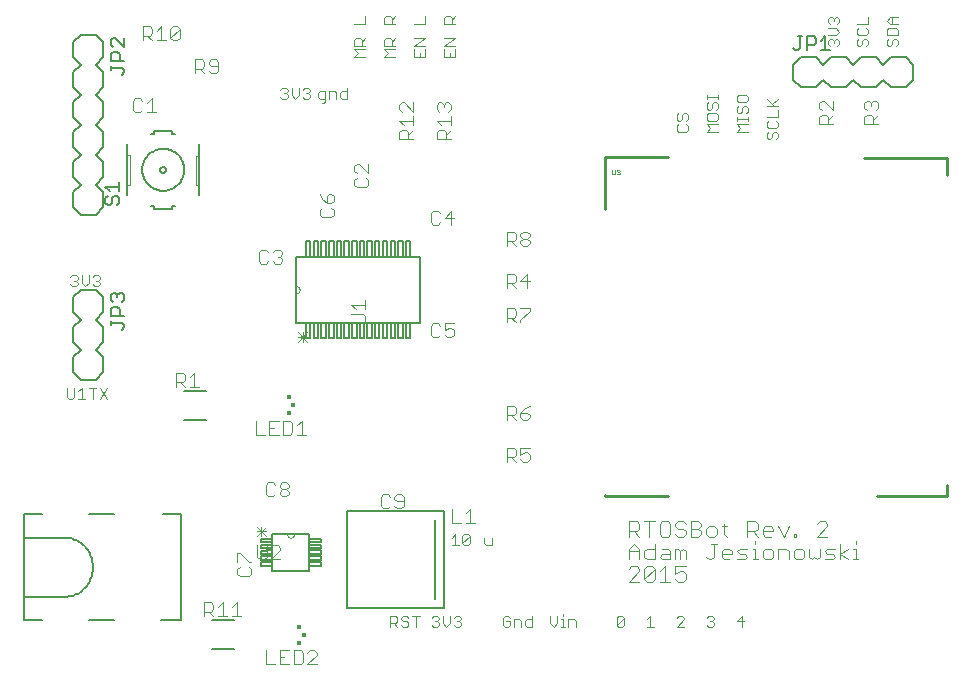
<source format=gto>
G75*
%MOIN*%
%OFA0B0*%
%FSLAX24Y24*%
%IPPOS*%
%LPD*%
%AMOC8*
5,1,8,0,0,1.08239X$1,22.5*
%
%ADD10C,0.0040*%
%ADD11C,0.0030*%
%ADD12C,0.0080*%
%ADD13C,0.0050*%
%ADD14R,0.0167X0.0128*%
%ADD15R,0.0138X0.0138*%
%ADD16C,0.0060*%
%ADD17C,0.0020*%
%ADD18C,0.0000*%
%ADD19C,0.0010*%
%ADD20C,0.0100*%
D10*
X006729Y002470D02*
X006729Y002930D01*
X006959Y002930D01*
X007035Y002854D01*
X007035Y002700D01*
X006959Y002623D01*
X006729Y002623D01*
X006882Y002623D02*
X007035Y002470D01*
X007189Y002470D02*
X007496Y002470D01*
X007649Y002470D02*
X007956Y002470D01*
X007803Y002470D02*
X007803Y002930D01*
X007649Y002777D01*
X007342Y002930D02*
X007342Y002470D01*
X007189Y002777D02*
X007342Y002930D01*
X007905Y003799D02*
X007828Y003876D01*
X007828Y004029D01*
X007905Y004106D01*
X007828Y004260D02*
X007828Y004567D01*
X007905Y004567D01*
X008212Y004260D01*
X008289Y004260D01*
X008212Y004106D02*
X008289Y004029D01*
X008289Y003876D01*
X008212Y003799D01*
X007905Y003799D01*
X008787Y001330D02*
X008787Y000870D01*
X009094Y000870D01*
X009247Y000870D02*
X009554Y000870D01*
X009708Y000870D02*
X009938Y000870D01*
X010015Y000947D01*
X010015Y001254D01*
X009938Y001330D01*
X009708Y001330D01*
X009708Y000870D01*
X009401Y001100D02*
X009247Y001100D01*
X009247Y001330D02*
X009247Y000870D01*
X009247Y001330D02*
X009554Y001330D01*
X010168Y001254D02*
X010245Y001330D01*
X010398Y001330D01*
X010475Y001254D01*
X010475Y001177D01*
X010168Y000870D01*
X010475Y000870D01*
X014979Y005590D02*
X015286Y005590D01*
X015439Y005590D02*
X015746Y005590D01*
X015593Y005590D02*
X015593Y006051D01*
X015439Y005897D01*
X014979Y006051D02*
X014979Y005590D01*
X013375Y006147D02*
X013375Y006454D01*
X013298Y006530D01*
X013145Y006530D01*
X013068Y006454D01*
X013068Y006377D01*
X013145Y006300D01*
X013375Y006300D01*
X013375Y006147D02*
X013298Y006070D01*
X013145Y006070D01*
X013068Y006147D01*
X012915Y006147D02*
X012838Y006070D01*
X012684Y006070D01*
X012608Y006147D01*
X012608Y006454D01*
X012684Y006530D01*
X012838Y006530D01*
X012915Y006454D01*
X010125Y008520D02*
X009818Y008520D01*
X009972Y008520D02*
X009972Y008980D01*
X009818Y008827D01*
X009665Y008904D02*
X009588Y008980D01*
X009358Y008980D01*
X009358Y008520D01*
X009588Y008520D01*
X009665Y008597D01*
X009665Y008904D01*
X009204Y008980D02*
X008897Y008980D01*
X008897Y008520D01*
X009204Y008520D01*
X009051Y008750D02*
X008897Y008750D01*
X008744Y008520D02*
X008437Y008520D01*
X008437Y008980D01*
X006546Y010120D02*
X006239Y010120D01*
X006392Y010120D02*
X006392Y010580D01*
X006239Y010427D01*
X006085Y010504D02*
X006085Y010350D01*
X006009Y010273D01*
X005779Y010273D01*
X005932Y010273D02*
X006085Y010120D01*
X005779Y010120D02*
X005779Y010580D01*
X006009Y010580D01*
X006085Y010504D01*
X008634Y014220D02*
X008558Y014297D01*
X008558Y014604D01*
X008634Y014680D01*
X008788Y014680D01*
X008865Y014604D01*
X009018Y014604D02*
X009095Y014680D01*
X009248Y014680D01*
X009325Y014604D01*
X009325Y014527D01*
X009248Y014450D01*
X009325Y014373D01*
X009325Y014297D01*
X009248Y014220D01*
X009095Y014220D01*
X009018Y014297D01*
X008865Y014297D02*
X008788Y014220D01*
X008634Y014220D01*
X009172Y014450D02*
X009248Y014450D01*
X010578Y015847D02*
X010655Y015770D01*
X010962Y015770D01*
X011039Y015847D01*
X011039Y016000D01*
X010962Y016077D01*
X010962Y016230D02*
X011039Y016307D01*
X011039Y016461D01*
X010962Y016537D01*
X010885Y016537D01*
X010808Y016461D01*
X010808Y016230D01*
X010962Y016230D01*
X010808Y016230D02*
X010655Y016384D01*
X010578Y016537D01*
X010655Y016077D02*
X010578Y016000D01*
X010578Y015847D01*
X011728Y016847D02*
X011805Y016770D01*
X012112Y016770D01*
X012189Y016847D01*
X012189Y017000D01*
X012112Y017077D01*
X012189Y017230D02*
X011882Y017537D01*
X011805Y017537D01*
X011728Y017461D01*
X011728Y017307D01*
X011805Y017230D01*
X011805Y017077D02*
X011728Y017000D01*
X011728Y016847D01*
X012189Y017230D02*
X012189Y017537D01*
X013228Y018370D02*
X013228Y018600D01*
X013305Y018677D01*
X013458Y018677D01*
X013535Y018600D01*
X013535Y018370D01*
X013535Y018523D02*
X013689Y018677D01*
X013689Y018830D02*
X013689Y019137D01*
X013689Y018984D02*
X013228Y018984D01*
X013382Y018830D01*
X013305Y019291D02*
X013228Y019368D01*
X013228Y019521D01*
X013305Y019598D01*
X013382Y019598D01*
X013689Y019291D01*
X013689Y019598D01*
X014478Y019521D02*
X014478Y019368D01*
X014555Y019291D01*
X014708Y019444D02*
X014708Y019521D01*
X014785Y019598D01*
X014862Y019598D01*
X014939Y019521D01*
X014939Y019368D01*
X014862Y019291D01*
X014939Y019137D02*
X014939Y018830D01*
X014939Y018677D02*
X014785Y018523D01*
X014785Y018600D02*
X014785Y018370D01*
X014939Y018370D02*
X014478Y018370D01*
X014478Y018600D01*
X014555Y018677D01*
X014708Y018677D01*
X014785Y018600D01*
X014632Y018830D02*
X014478Y018984D01*
X014939Y018984D01*
X014708Y019521D02*
X014632Y019598D01*
X014555Y019598D01*
X014478Y019521D01*
X013689Y018370D02*
X013228Y018370D01*
X014355Y015980D02*
X014279Y015904D01*
X014279Y015597D01*
X014355Y015520D01*
X014509Y015520D01*
X014585Y015597D01*
X014739Y015750D02*
X014969Y015980D01*
X014969Y015520D01*
X015046Y015750D02*
X014739Y015750D01*
X014585Y015904D02*
X014509Y015980D01*
X014355Y015980D01*
X016808Y015280D02*
X016808Y014820D01*
X016808Y014973D02*
X017038Y014973D01*
X017115Y015050D01*
X017115Y015204D01*
X017038Y015280D01*
X016808Y015280D01*
X016961Y014973D02*
X017115Y014820D01*
X017268Y014897D02*
X017268Y014973D01*
X017345Y015050D01*
X017498Y015050D01*
X017575Y014973D01*
X017575Y014897D01*
X017498Y014820D01*
X017345Y014820D01*
X017268Y014897D01*
X017345Y015050D02*
X017268Y015127D01*
X017268Y015204D01*
X017345Y015280D01*
X017498Y015280D01*
X017575Y015204D01*
X017575Y015127D01*
X017498Y015050D01*
X017498Y013880D02*
X017268Y013650D01*
X017575Y013650D01*
X017498Y013420D02*
X017498Y013880D01*
X017115Y013804D02*
X017115Y013650D01*
X017038Y013573D01*
X016808Y013573D01*
X016808Y013420D02*
X016808Y013880D01*
X017038Y013880D01*
X017115Y013804D01*
X016961Y013573D02*
X017115Y013420D01*
X017038Y012730D02*
X017115Y012654D01*
X017115Y012500D01*
X017038Y012423D01*
X016808Y012423D01*
X016808Y012270D02*
X016808Y012730D01*
X017038Y012730D01*
X017268Y012730D02*
X017575Y012730D01*
X017575Y012654D01*
X017268Y012347D01*
X017268Y012270D01*
X017115Y012270D02*
X016961Y012423D01*
X015046Y012230D02*
X014739Y012230D01*
X014739Y012000D01*
X014892Y012077D01*
X014969Y012077D01*
X015046Y012000D01*
X015046Y011847D01*
X014969Y011770D01*
X014816Y011770D01*
X014739Y011847D01*
X014585Y011847D02*
X014509Y011770D01*
X014355Y011770D01*
X014279Y011847D01*
X014279Y012154D01*
X014355Y012230D01*
X014509Y012230D01*
X014585Y012154D01*
X016808Y009480D02*
X017038Y009480D01*
X017115Y009404D01*
X017115Y009250D01*
X017038Y009173D01*
X016808Y009173D01*
X016808Y009020D02*
X016808Y009480D01*
X016961Y009173D02*
X017115Y009020D01*
X017268Y009097D02*
X017345Y009020D01*
X017498Y009020D01*
X017575Y009097D01*
X017575Y009173D01*
X017498Y009250D01*
X017268Y009250D01*
X017268Y009097D01*
X017268Y009250D02*
X017422Y009404D01*
X017575Y009480D01*
X017575Y008080D02*
X017268Y008080D01*
X017268Y007850D01*
X017422Y007927D01*
X017498Y007927D01*
X017575Y007850D01*
X017575Y007697D01*
X017498Y007620D01*
X017345Y007620D01*
X017268Y007697D01*
X017115Y007620D02*
X016961Y007773D01*
X017038Y007773D02*
X016808Y007773D01*
X016808Y007620D02*
X016808Y008080D01*
X017038Y008080D01*
X017115Y008004D01*
X017115Y007850D01*
X017038Y007773D01*
X020879Y005640D02*
X020879Y005120D01*
X020879Y005293D02*
X021139Y005293D01*
X021225Y005380D01*
X021225Y005554D01*
X021139Y005640D01*
X020879Y005640D01*
X021052Y005293D02*
X021225Y005120D01*
X021052Y004890D02*
X021225Y004717D01*
X021225Y004370D01*
X021394Y004457D02*
X021394Y004630D01*
X021481Y004717D01*
X021741Y004717D01*
X021741Y004890D02*
X021741Y004370D01*
X021481Y004370D01*
X021394Y004457D01*
X021225Y004630D02*
X020879Y004630D01*
X020879Y004717D02*
X020879Y004370D01*
X020965Y004140D02*
X020879Y004054D01*
X020965Y004140D02*
X021139Y004140D01*
X021225Y004054D01*
X021225Y003967D01*
X020879Y003620D01*
X021225Y003620D01*
X021394Y003707D02*
X021741Y004054D01*
X021741Y003707D01*
X021654Y003620D01*
X021481Y003620D01*
X021394Y003707D01*
X021394Y004054D01*
X021481Y004140D01*
X021654Y004140D01*
X021741Y004054D01*
X021910Y003967D02*
X022083Y004140D01*
X022083Y003620D01*
X021910Y003620D02*
X022257Y003620D01*
X022425Y003707D02*
X022512Y003620D01*
X022686Y003620D01*
X022772Y003707D01*
X022772Y003880D01*
X022686Y003967D01*
X022599Y003967D01*
X022425Y003880D01*
X022425Y004140D01*
X022772Y004140D01*
X022772Y004370D02*
X022772Y004630D01*
X022686Y004717D01*
X022599Y004630D01*
X022599Y004370D01*
X022425Y004370D02*
X022425Y004717D01*
X022512Y004717D01*
X022599Y004630D01*
X022257Y004630D02*
X022257Y004370D01*
X021997Y004370D01*
X021910Y004457D01*
X021997Y004543D01*
X022257Y004543D01*
X022257Y004630D02*
X022170Y004717D01*
X021997Y004717D01*
X021997Y005120D02*
X021910Y005207D01*
X021910Y005554D01*
X021997Y005640D01*
X022170Y005640D01*
X022257Y005554D01*
X022257Y005207D01*
X022170Y005120D01*
X021997Y005120D01*
X022425Y005207D02*
X022512Y005120D01*
X022686Y005120D01*
X022772Y005207D01*
X022772Y005293D01*
X022686Y005380D01*
X022512Y005380D01*
X022425Y005467D01*
X022425Y005554D01*
X022512Y005640D01*
X022686Y005640D01*
X022772Y005554D01*
X022941Y005640D02*
X022941Y005120D01*
X023201Y005120D01*
X023288Y005207D01*
X023288Y005293D01*
X023201Y005380D01*
X022941Y005380D01*
X023201Y005380D02*
X023288Y005467D01*
X023288Y005554D01*
X023201Y005640D01*
X022941Y005640D01*
X023457Y005380D02*
X023457Y005207D01*
X023543Y005120D01*
X023717Y005120D01*
X023804Y005207D01*
X023804Y005380D01*
X023717Y005467D01*
X023543Y005467D01*
X023457Y005380D01*
X023972Y005467D02*
X024146Y005467D01*
X024059Y005554D02*
X024059Y005207D01*
X024146Y005120D01*
X023804Y004890D02*
X023630Y004890D01*
X023717Y004890D02*
X023717Y004457D01*
X023630Y004370D01*
X023543Y004370D01*
X023457Y004457D01*
X023972Y004457D02*
X023972Y004630D01*
X024059Y004717D01*
X024233Y004717D01*
X024319Y004630D01*
X024319Y004543D01*
X023972Y004543D01*
X023972Y004457D02*
X024059Y004370D01*
X024233Y004370D01*
X024488Y004370D02*
X024748Y004370D01*
X024835Y004457D01*
X024748Y004543D01*
X024575Y004543D01*
X024488Y004630D01*
X024575Y004717D01*
X024835Y004717D01*
X025004Y004717D02*
X025090Y004717D01*
X025090Y004370D01*
X025004Y004370D02*
X025177Y004370D01*
X025347Y004457D02*
X025434Y004370D01*
X025608Y004370D01*
X025694Y004457D01*
X025694Y004630D01*
X025608Y004717D01*
X025434Y004717D01*
X025347Y004630D01*
X025347Y004457D01*
X025863Y004370D02*
X025863Y004717D01*
X026123Y004717D01*
X026210Y004630D01*
X026210Y004370D01*
X026379Y004457D02*
X026465Y004370D01*
X026639Y004370D01*
X026726Y004457D01*
X026726Y004630D01*
X026639Y004717D01*
X026465Y004717D01*
X026379Y004630D01*
X026379Y004457D01*
X026894Y004457D02*
X026981Y004370D01*
X027068Y004457D01*
X027155Y004370D01*
X027241Y004457D01*
X027241Y004717D01*
X027410Y004630D02*
X027497Y004717D01*
X027757Y004717D01*
X027670Y004543D02*
X027497Y004543D01*
X027410Y004630D01*
X027410Y004370D02*
X027670Y004370D01*
X027757Y004457D01*
X027670Y004543D01*
X027926Y004543D02*
X028186Y004717D01*
X028355Y004717D02*
X028442Y004717D01*
X028442Y004370D01*
X028355Y004370D02*
X028529Y004370D01*
X028186Y004370D02*
X027926Y004543D01*
X027926Y004370D02*
X027926Y004890D01*
X027499Y005120D02*
X027152Y005120D01*
X027499Y005467D01*
X027499Y005554D01*
X027412Y005640D01*
X027239Y005640D01*
X027152Y005554D01*
X026465Y005207D02*
X026465Y005120D01*
X026379Y005120D01*
X026379Y005207D01*
X026465Y005207D01*
X026210Y005467D02*
X026037Y005120D01*
X025863Y005467D01*
X025694Y005380D02*
X025694Y005293D01*
X025347Y005293D01*
X025347Y005207D02*
X025347Y005380D01*
X025434Y005467D01*
X025608Y005467D01*
X025694Y005380D01*
X025608Y005120D02*
X025434Y005120D01*
X025347Y005207D01*
X025179Y005120D02*
X025005Y005293D01*
X025092Y005293D02*
X024832Y005293D01*
X024832Y005120D02*
X024832Y005640D01*
X025092Y005640D01*
X025179Y005554D01*
X025179Y005380D01*
X025092Y005293D01*
X025090Y004977D02*
X025090Y004890D01*
X026894Y004717D02*
X026894Y004457D01*
X028442Y004890D02*
X028442Y004977D01*
X021741Y005640D02*
X021394Y005640D01*
X021568Y005640D02*
X021568Y005120D01*
X021052Y004890D02*
X020879Y004717D01*
X009546Y006547D02*
X009469Y006470D01*
X009316Y006470D01*
X009239Y006547D01*
X009239Y006623D01*
X009316Y006700D01*
X009469Y006700D01*
X009546Y006623D01*
X009546Y006547D01*
X009469Y006700D02*
X009546Y006777D01*
X009546Y006854D01*
X009469Y006930D01*
X009316Y006930D01*
X009239Y006854D01*
X009239Y006777D01*
X009316Y006700D01*
X009085Y006547D02*
X009009Y006470D01*
X008855Y006470D01*
X008779Y006547D01*
X008779Y006854D01*
X008855Y006930D01*
X009009Y006930D01*
X009085Y006854D01*
X027228Y018870D02*
X027228Y019100D01*
X027305Y019177D01*
X027458Y019177D01*
X027535Y019100D01*
X027535Y018870D01*
X027535Y019023D02*
X027689Y019177D01*
X027689Y019330D02*
X027382Y019637D01*
X027305Y019637D01*
X027228Y019561D01*
X027228Y019407D01*
X027305Y019330D01*
X027689Y019330D02*
X027689Y019637D01*
X027689Y018870D02*
X027228Y018870D01*
X028728Y018870D02*
X028728Y019100D01*
X028805Y019177D01*
X028958Y019177D01*
X029035Y019100D01*
X029035Y018870D01*
X029035Y019023D02*
X029189Y019177D01*
X029112Y019330D02*
X029189Y019407D01*
X029189Y019561D01*
X029112Y019637D01*
X029035Y019637D01*
X028958Y019561D01*
X028958Y019484D01*
X028958Y019561D02*
X028882Y019637D01*
X028805Y019637D01*
X028728Y019561D01*
X028728Y019407D01*
X028805Y019330D01*
X028728Y018870D02*
X029189Y018870D01*
X007196Y020647D02*
X007196Y020954D01*
X007119Y021030D01*
X006966Y021030D01*
X006889Y020954D01*
X006889Y020877D01*
X006966Y020800D01*
X007196Y020800D01*
X007196Y020647D02*
X007119Y020570D01*
X006966Y020570D01*
X006889Y020647D01*
X006735Y020570D02*
X006582Y020723D01*
X006659Y020723D02*
X006429Y020723D01*
X006429Y020570D02*
X006429Y021030D01*
X006659Y021030D01*
X006735Y020954D01*
X006735Y020800D01*
X006659Y020723D01*
X005829Y021670D02*
X005676Y021670D01*
X005599Y021747D01*
X005906Y022054D01*
X005906Y021747D01*
X005829Y021670D01*
X005599Y021747D02*
X005599Y022054D01*
X005676Y022130D01*
X005829Y022130D01*
X005906Y022054D01*
X005446Y021670D02*
X005139Y021670D01*
X005292Y021670D02*
X005292Y022130D01*
X005139Y021977D01*
X004985Y022054D02*
X004985Y021900D01*
X004909Y021823D01*
X004679Y021823D01*
X004832Y021823D02*
X004985Y021670D01*
X004679Y021670D02*
X004679Y022130D01*
X004909Y022130D01*
X004985Y022054D01*
X004972Y019730D02*
X004972Y019270D01*
X005125Y019270D02*
X004818Y019270D01*
X004665Y019347D02*
X004588Y019270D01*
X004434Y019270D01*
X004358Y019347D01*
X004358Y019654D01*
X004434Y019730D01*
X004588Y019730D01*
X004665Y019654D01*
X004818Y019577D02*
X004972Y019730D01*
D11*
X009269Y019777D02*
X009330Y019715D01*
X009454Y019715D01*
X009515Y019777D01*
X009515Y019838D01*
X009454Y019900D01*
X009392Y019900D01*
X009454Y019900D02*
X009515Y019962D01*
X009515Y020024D01*
X009454Y020085D01*
X009330Y020085D01*
X009269Y020024D01*
X009637Y020085D02*
X009637Y019838D01*
X009760Y019715D01*
X009884Y019838D01*
X009884Y020085D01*
X010005Y020024D02*
X010067Y020085D01*
X010190Y020085D01*
X010252Y020024D01*
X010252Y019962D01*
X010190Y019900D01*
X010252Y019838D01*
X010252Y019777D01*
X010190Y019715D01*
X010067Y019715D01*
X010005Y019777D01*
X010129Y019900D02*
X010190Y019900D01*
X010519Y019900D02*
X010580Y019962D01*
X010765Y019962D01*
X010765Y019653D01*
X010704Y019592D01*
X010642Y019592D01*
X010580Y019715D02*
X010765Y019715D01*
X010887Y019715D02*
X010887Y019962D01*
X011072Y019962D01*
X011134Y019900D01*
X011134Y019715D01*
X011255Y019777D02*
X011255Y019900D01*
X011317Y019962D01*
X011502Y019962D01*
X011502Y020085D02*
X011502Y019715D01*
X011317Y019715D01*
X011255Y019777D01*
X010580Y019715D02*
X010519Y019777D01*
X010519Y019900D01*
X011723Y021115D02*
X011847Y021238D01*
X011723Y021362D01*
X012094Y021362D01*
X012094Y021483D02*
X011723Y021483D01*
X011723Y021668D01*
X011785Y021730D01*
X011908Y021730D01*
X011970Y021668D01*
X011970Y021483D01*
X011970Y021607D02*
X012094Y021730D01*
X012094Y022220D02*
X011723Y022220D01*
X012094Y022220D02*
X012094Y022467D01*
X012723Y022405D02*
X012723Y022220D01*
X013094Y022220D01*
X012970Y022220D02*
X012970Y022405D01*
X012908Y022467D01*
X012785Y022467D01*
X012723Y022405D01*
X012970Y022343D02*
X013094Y022467D01*
X013723Y022220D02*
X014094Y022220D01*
X014094Y022467D01*
X014723Y022405D02*
X014723Y022220D01*
X015094Y022220D01*
X014970Y022220D02*
X014970Y022405D01*
X014908Y022467D01*
X014785Y022467D01*
X014723Y022405D01*
X014970Y022343D02*
X015094Y022467D01*
X015094Y021730D02*
X014723Y021730D01*
X014723Y021483D02*
X015094Y021730D01*
X015094Y021483D02*
X014723Y021483D01*
X014723Y021362D02*
X014723Y021115D01*
X015094Y021115D01*
X015094Y021362D01*
X014908Y021238D02*
X014908Y021115D01*
X014094Y021115D02*
X014094Y021362D01*
X014094Y021483D02*
X013723Y021483D01*
X014094Y021730D01*
X013723Y021730D01*
X013723Y021362D02*
X013723Y021115D01*
X014094Y021115D01*
X013908Y021115D02*
X013908Y021238D01*
X013094Y021115D02*
X012723Y021115D01*
X012847Y021238D01*
X012723Y021362D01*
X013094Y021362D01*
X013094Y021483D02*
X012723Y021483D01*
X012723Y021668D01*
X012785Y021730D01*
X012908Y021730D01*
X012970Y021668D01*
X012970Y021483D01*
X012970Y021607D02*
X013094Y021730D01*
X012094Y021115D02*
X011723Y021115D01*
X022473Y019168D02*
X022473Y019045D01*
X022535Y018983D01*
X022597Y018983D01*
X022658Y019045D01*
X022658Y019168D01*
X022720Y019230D01*
X022782Y019230D01*
X022844Y019168D01*
X022844Y019045D01*
X022782Y018983D01*
X022782Y018862D02*
X022844Y018800D01*
X022844Y018677D01*
X022782Y018615D01*
X022535Y018615D01*
X022473Y018677D01*
X022473Y018800D01*
X022535Y018862D01*
X022473Y019168D02*
X022535Y019230D01*
X023473Y019168D02*
X023535Y019230D01*
X023782Y019230D01*
X023844Y019168D01*
X023844Y019045D01*
X023782Y018983D01*
X023535Y018983D01*
X023473Y019045D01*
X023473Y019168D01*
X023535Y019352D02*
X023597Y019352D01*
X023658Y019413D01*
X023658Y019537D01*
X023720Y019599D01*
X023782Y019599D01*
X023844Y019537D01*
X023844Y019413D01*
X023782Y019352D01*
X023535Y019352D02*
X023473Y019413D01*
X023473Y019537D01*
X023535Y019599D01*
X023473Y019720D02*
X023473Y019843D01*
X023473Y019782D02*
X023844Y019782D01*
X023844Y019843D02*
X023844Y019720D01*
X024473Y019659D02*
X024535Y019597D01*
X024782Y019597D01*
X024844Y019659D01*
X024844Y019782D01*
X024782Y019844D01*
X024535Y019844D01*
X024473Y019782D01*
X024473Y019659D01*
X024535Y019476D02*
X024473Y019414D01*
X024473Y019291D01*
X024535Y019229D01*
X024597Y019229D01*
X024658Y019291D01*
X024658Y019414D01*
X024720Y019476D01*
X024782Y019476D01*
X024844Y019414D01*
X024844Y019291D01*
X024782Y019229D01*
X024844Y019107D02*
X024844Y018983D01*
X024844Y019045D02*
X024473Y019045D01*
X024473Y018983D02*
X024473Y019107D01*
X024473Y018862D02*
X024844Y018862D01*
X024844Y018615D02*
X024473Y018615D01*
X024597Y018738D01*
X024473Y018862D01*
X023844Y018862D02*
X023473Y018862D01*
X023597Y018738D01*
X023473Y018615D01*
X023844Y018615D01*
X025473Y018550D02*
X025473Y018427D01*
X025535Y018365D01*
X025597Y018365D01*
X025658Y018427D01*
X025658Y018550D01*
X025720Y018612D01*
X025782Y018612D01*
X025844Y018550D01*
X025844Y018427D01*
X025782Y018365D01*
X025535Y018612D02*
X025473Y018550D01*
X025535Y018733D02*
X025782Y018733D01*
X025844Y018795D01*
X025844Y018918D01*
X025782Y018980D01*
X025844Y019102D02*
X025473Y019102D01*
X025535Y018980D02*
X025473Y018918D01*
X025473Y018795D01*
X025535Y018733D01*
X025844Y019102D02*
X025844Y019349D01*
X025844Y019470D02*
X025473Y019470D01*
X025658Y019532D02*
X025844Y019717D01*
X025720Y019470D02*
X025473Y019717D01*
X027523Y021527D02*
X027523Y021650D01*
X027585Y021712D01*
X027647Y021712D01*
X027708Y021650D01*
X027770Y021712D01*
X027832Y021712D01*
X027894Y021650D01*
X027894Y021527D01*
X027832Y021465D01*
X027708Y021588D02*
X027708Y021650D01*
X027770Y021833D02*
X027523Y021833D01*
X027770Y021833D02*
X027894Y021957D01*
X027770Y022080D01*
X027523Y022080D01*
X027585Y022202D02*
X027523Y022263D01*
X027523Y022387D01*
X027585Y022449D01*
X027647Y022449D01*
X027708Y022387D01*
X027770Y022449D01*
X027832Y022449D01*
X027894Y022387D01*
X027894Y022263D01*
X027832Y022202D01*
X027708Y022325D02*
X027708Y022387D01*
X028473Y022202D02*
X028844Y022202D01*
X028844Y022449D01*
X028782Y022080D02*
X028844Y022018D01*
X028844Y021895D01*
X028782Y021833D01*
X028535Y021833D01*
X028473Y021895D01*
X028473Y022018D01*
X028535Y022080D01*
X028535Y021712D02*
X028473Y021650D01*
X028473Y021527D01*
X028535Y021465D01*
X028597Y021465D01*
X028658Y021527D01*
X028658Y021650D01*
X028720Y021712D01*
X028782Y021712D01*
X028844Y021650D01*
X028844Y021527D01*
X028782Y021465D01*
X029473Y021527D02*
X029535Y021465D01*
X029597Y021465D01*
X029658Y021527D01*
X029658Y021650D01*
X029720Y021712D01*
X029782Y021712D01*
X029844Y021650D01*
X029844Y021527D01*
X029782Y021465D01*
X029473Y021527D02*
X029473Y021650D01*
X029535Y021712D01*
X029473Y021833D02*
X029473Y022018D01*
X029535Y022080D01*
X029782Y022080D01*
X029844Y022018D01*
X029844Y021833D01*
X029473Y021833D01*
X029597Y022202D02*
X029473Y022325D01*
X029597Y022449D01*
X029844Y022449D01*
X029658Y022449D02*
X029658Y022202D01*
X029597Y022202D02*
X029844Y022202D01*
X027585Y021465D02*
X027523Y021527D01*
X012094Y013009D02*
X012094Y012695D01*
X012094Y012852D02*
X011623Y012852D01*
X011780Y012695D01*
X011623Y012549D02*
X012015Y012549D01*
X012094Y012470D01*
X012094Y012313D01*
X012015Y012235D01*
X011623Y012235D01*
X010165Y011929D02*
X009852Y011615D01*
X010008Y011615D02*
X010008Y011929D01*
X009852Y011929D02*
X010165Y011615D01*
X010165Y011772D02*
X009852Y011772D01*
X003502Y010085D02*
X003255Y009715D01*
X003010Y009715D02*
X003010Y010085D01*
X002887Y010085D02*
X003134Y010085D01*
X003255Y010085D02*
X003502Y009715D01*
X002765Y009715D02*
X002519Y009715D01*
X002642Y009715D02*
X002642Y010085D01*
X002519Y009962D01*
X002397Y010085D02*
X002397Y009777D01*
X002335Y009715D01*
X002212Y009715D01*
X002150Y009777D01*
X002150Y010085D01*
X002330Y013465D02*
X002269Y013527D01*
X002330Y013465D02*
X002454Y013465D01*
X002515Y013527D01*
X002515Y013588D01*
X002454Y013650D01*
X002392Y013650D01*
X002454Y013650D02*
X002515Y013712D01*
X002515Y013774D01*
X002454Y013835D01*
X002330Y013835D01*
X002269Y013774D01*
X002637Y013835D02*
X002637Y013588D01*
X002760Y013465D01*
X002884Y013588D01*
X002884Y013835D01*
X003005Y013774D02*
X003067Y013835D01*
X003190Y013835D01*
X003252Y013774D01*
X003252Y013712D01*
X003190Y013650D01*
X003252Y013588D01*
X003252Y013527D01*
X003190Y013465D01*
X003067Y013465D01*
X003005Y013527D01*
X003129Y013650D02*
X003190Y013650D01*
X008474Y005457D02*
X008787Y005143D01*
X008630Y005143D02*
X008630Y005457D01*
X008787Y005457D02*
X008474Y005143D01*
X008474Y005300D02*
X008787Y005300D01*
X008807Y004835D02*
X008807Y004443D01*
X008729Y004365D01*
X008572Y004365D01*
X008494Y004443D01*
X008494Y004835D01*
X008954Y004757D02*
X009032Y004835D01*
X009189Y004835D01*
X009267Y004757D01*
X009267Y004679D01*
X008954Y004365D01*
X009267Y004365D01*
X012920Y002485D02*
X012920Y002115D01*
X012920Y002238D02*
X013105Y002238D01*
X013166Y002300D01*
X013166Y002424D01*
X013105Y002485D01*
X012920Y002485D01*
X013043Y002238D02*
X013166Y002115D01*
X013288Y002177D02*
X013350Y002115D01*
X013473Y002115D01*
X013535Y002177D01*
X013535Y002238D01*
X013473Y002300D01*
X013350Y002300D01*
X013288Y002362D01*
X013288Y002424D01*
X013350Y002485D01*
X013473Y002485D01*
X013535Y002424D01*
X013656Y002485D02*
X013903Y002485D01*
X013780Y002485D02*
X013780Y002115D01*
X014306Y002177D02*
X014367Y002115D01*
X014491Y002115D01*
X014552Y002177D01*
X014552Y002238D01*
X014491Y002300D01*
X014429Y002300D01*
X014491Y002300D02*
X014552Y002362D01*
X014552Y002424D01*
X014491Y002485D01*
X014367Y002485D01*
X014306Y002424D01*
X014674Y002485D02*
X014674Y002238D01*
X014797Y002115D01*
X014921Y002238D01*
X014921Y002485D01*
X015042Y002424D02*
X015104Y002485D01*
X015227Y002485D01*
X015289Y002424D01*
X015289Y002362D01*
X015227Y002300D01*
X015289Y002238D01*
X015289Y002177D01*
X015227Y002115D01*
X015104Y002115D01*
X015042Y002177D01*
X015166Y002300D02*
X015227Y002300D01*
X016677Y002177D02*
X016739Y002115D01*
X016863Y002115D01*
X016924Y002177D01*
X016924Y002300D01*
X016801Y002300D01*
X016677Y002177D02*
X016677Y002424D01*
X016739Y002485D01*
X016863Y002485D01*
X016924Y002424D01*
X017046Y002362D02*
X017231Y002362D01*
X017293Y002300D01*
X017293Y002115D01*
X017414Y002177D02*
X017414Y002300D01*
X017476Y002362D01*
X017661Y002362D01*
X017661Y002485D02*
X017661Y002115D01*
X017476Y002115D01*
X017414Y002177D01*
X017046Y002115D02*
X017046Y002362D01*
X018256Y002485D02*
X018256Y002238D01*
X018379Y002115D01*
X018502Y002238D01*
X018502Y002485D01*
X018624Y002362D02*
X018686Y002362D01*
X018686Y002115D01*
X018747Y002115D02*
X018624Y002115D01*
X018869Y002115D02*
X018869Y002362D01*
X019055Y002362D01*
X019116Y002300D01*
X019116Y002115D01*
X018686Y002485D02*
X018686Y002547D01*
X020474Y002424D02*
X020474Y002177D01*
X020720Y002424D01*
X020720Y002177D01*
X020659Y002115D01*
X020535Y002115D01*
X020474Y002177D01*
X020474Y002424D02*
X020535Y002485D01*
X020659Y002485D01*
X020720Y002424D01*
X021474Y002362D02*
X021597Y002485D01*
X021597Y002115D01*
X021474Y002115D02*
X021720Y002115D01*
X022474Y002115D02*
X022720Y002362D01*
X022720Y002424D01*
X022659Y002485D01*
X022535Y002485D01*
X022474Y002424D01*
X022474Y002115D02*
X022720Y002115D01*
X023474Y002177D02*
X023535Y002115D01*
X023659Y002115D01*
X023720Y002177D01*
X023720Y002238D01*
X023659Y002300D01*
X023597Y002300D01*
X023659Y002300D02*
X023720Y002362D01*
X023720Y002424D01*
X023659Y002485D01*
X023535Y002485D01*
X023474Y002424D01*
X024474Y002300D02*
X024720Y002300D01*
X024659Y002115D02*
X024659Y002485D01*
X024474Y002300D01*
X016304Y004837D02*
X016304Y005080D01*
X016304Y004837D02*
X016122Y004837D01*
X016061Y004898D01*
X016061Y005080D01*
X015579Y005141D02*
X015336Y004898D01*
X015397Y004837D01*
X015518Y004837D01*
X015579Y004898D01*
X015579Y005141D01*
X015518Y005201D01*
X015397Y005201D01*
X015336Y005141D01*
X015336Y004898D01*
X015217Y004837D02*
X014974Y004837D01*
X015095Y004837D02*
X015095Y005201D01*
X014974Y005080D01*
D12*
X001321Y002328D02*
X000731Y002328D01*
X000731Y003116D01*
X002109Y003116D01*
X002896Y002328D02*
X003723Y002328D01*
X005297Y002328D02*
X005967Y002328D01*
X005967Y005872D01*
X005337Y005872D01*
X003723Y005872D02*
X002896Y005872D01*
X002109Y005084D02*
X000731Y005084D01*
X000731Y003116D01*
X002108Y003116D02*
X002167Y003120D01*
X002226Y003129D01*
X002284Y003141D01*
X002341Y003156D01*
X002397Y003175D01*
X002452Y003198D01*
X002505Y003224D01*
X002557Y003253D01*
X002606Y003285D01*
X002654Y003321D01*
X002699Y003359D01*
X002742Y003400D01*
X002782Y003444D01*
X002819Y003490D01*
X002853Y003538D01*
X002884Y003589D01*
X002912Y003641D01*
X002936Y003695D01*
X002957Y003750D01*
X002975Y003807D01*
X002989Y003865D01*
X002999Y003923D01*
X003006Y003982D01*
X003009Y004041D01*
X003008Y004100D01*
X003009Y004159D01*
X003006Y004218D01*
X002999Y004277D01*
X002989Y004335D01*
X002975Y004393D01*
X002957Y004450D01*
X002936Y004505D01*
X002912Y004559D01*
X002884Y004611D01*
X002853Y004662D01*
X002819Y004710D01*
X002782Y004756D01*
X002742Y004800D01*
X002699Y004841D01*
X002654Y004879D01*
X002606Y004915D01*
X002557Y004947D01*
X002505Y004976D01*
X002452Y005002D01*
X002397Y005025D01*
X002341Y005044D01*
X002284Y005059D01*
X002226Y005071D01*
X002167Y005080D01*
X002108Y005084D01*
X001321Y005872D02*
X000731Y005872D01*
X000731Y005084D01*
X002609Y010350D02*
X003109Y010350D01*
X003359Y010600D01*
X003359Y011100D01*
X003109Y011350D01*
X003359Y011600D01*
X003359Y012100D01*
X003109Y012350D01*
X003359Y012600D01*
X003359Y013100D01*
X003109Y013350D01*
X002609Y013350D01*
X002359Y013100D01*
X002359Y012600D01*
X002609Y012350D01*
X002359Y012100D01*
X002359Y011600D01*
X002609Y011350D01*
X002359Y011100D01*
X002359Y010600D01*
X002609Y010350D01*
X002609Y015850D02*
X003109Y015850D01*
X003359Y016100D01*
X003359Y016600D01*
X003109Y016850D01*
X003359Y017100D01*
X003359Y017600D01*
X003109Y017850D01*
X003359Y018100D01*
X003359Y018600D01*
X003109Y018850D01*
X003359Y019100D01*
X003359Y019600D01*
X003109Y019850D01*
X003359Y020100D01*
X003359Y020600D01*
X003109Y020850D01*
X003359Y021100D01*
X003359Y021600D01*
X003109Y021850D01*
X002609Y021850D01*
X002359Y021600D01*
X002359Y021100D01*
X002609Y020850D01*
X002359Y020600D01*
X002359Y020100D01*
X002609Y019850D01*
X002359Y019600D01*
X002359Y019100D01*
X002609Y018850D01*
X002359Y018600D01*
X002359Y018100D01*
X002609Y017850D01*
X002359Y017600D01*
X002359Y017100D01*
X002609Y016850D01*
X002359Y016600D01*
X002359Y016100D01*
X002609Y015850D01*
X026359Y020350D02*
X026609Y020100D01*
X027109Y020100D01*
X027359Y020350D01*
X027609Y020100D01*
X028109Y020100D01*
X028359Y020350D01*
X028609Y020100D01*
X029109Y020100D01*
X029359Y020350D01*
X029609Y020100D01*
X030109Y020100D01*
X030359Y020350D01*
X030359Y020850D01*
X030109Y021100D01*
X029609Y021100D01*
X029359Y020850D01*
X029109Y021100D01*
X028609Y021100D01*
X028359Y020850D01*
X028109Y021100D01*
X027609Y021100D01*
X027359Y020850D01*
X027109Y021100D01*
X026609Y021100D01*
X026359Y020850D01*
X026359Y020350D01*
D13*
X026429Y021345D02*
X026354Y021420D01*
X026429Y021345D02*
X026504Y021345D01*
X026579Y021420D01*
X026579Y021795D01*
X026504Y021795D02*
X026654Y021795D01*
X026814Y021795D02*
X026814Y021345D01*
X026814Y021495D02*
X027039Y021495D01*
X027114Y021570D01*
X027114Y021720D01*
X027039Y021795D01*
X026814Y021795D01*
X027274Y021645D02*
X027424Y021795D01*
X027424Y021345D01*
X027274Y021345D02*
X027575Y021345D01*
X014723Y005964D02*
X011494Y005964D01*
X011494Y002736D01*
X014723Y002736D01*
X014723Y005964D01*
X014427Y005669D02*
X014427Y003031D01*
X004054Y012099D02*
X003978Y012024D01*
X004054Y012099D02*
X004054Y012174D01*
X003978Y012249D01*
X003603Y012249D01*
X003603Y012174D02*
X003603Y012324D01*
X003603Y012484D02*
X003603Y012709D01*
X003678Y012784D01*
X003828Y012784D01*
X003903Y012709D01*
X003903Y012484D01*
X004054Y012484D02*
X003603Y012484D01*
X003678Y012945D02*
X003603Y013020D01*
X003603Y013170D01*
X003678Y013245D01*
X003753Y013245D01*
X003828Y013170D01*
X003903Y013245D01*
X003978Y013245D01*
X004054Y013170D01*
X004054Y013020D01*
X003978Y012945D01*
X003828Y013095D02*
X003828Y013170D01*
X003808Y016175D02*
X003884Y016250D01*
X003884Y016400D01*
X003808Y016475D01*
X003733Y016475D01*
X003658Y016400D01*
X003658Y016250D01*
X003583Y016175D01*
X003508Y016175D01*
X003433Y016250D01*
X003433Y016400D01*
X003508Y016475D01*
X003583Y016635D02*
X003433Y016786D01*
X003884Y016786D01*
X003884Y016936D02*
X003884Y016635D01*
X003978Y020524D02*
X004054Y020599D01*
X004054Y020674D01*
X003978Y020749D01*
X003603Y020749D01*
X003603Y020674D02*
X003603Y020824D01*
X003603Y020984D02*
X003603Y021209D01*
X003678Y021284D01*
X003828Y021284D01*
X003903Y021209D01*
X003903Y020984D01*
X004054Y020984D02*
X003603Y020984D01*
X003678Y021445D02*
X003603Y021520D01*
X003603Y021670D01*
X003678Y021745D01*
X003753Y021745D01*
X004054Y021445D01*
X004054Y021745D01*
D14*
X009537Y009771D03*
X009537Y009229D03*
X009887Y002121D03*
X009887Y001579D03*
D15*
X010040Y001850D03*
X009690Y009500D03*
D16*
X006778Y009020D02*
X006049Y009020D01*
X006049Y009980D02*
X006778Y009980D01*
X009789Y012250D02*
X013929Y012250D01*
X013929Y014450D01*
X009789Y014450D01*
X009789Y013470D01*
X009789Y013230D01*
X009789Y012250D01*
X010119Y012250D02*
X010119Y011740D01*
X010269Y011740D01*
X010269Y012250D01*
X010119Y012250D01*
X010379Y012250D02*
X010379Y011740D01*
X010529Y011740D01*
X010529Y012250D01*
X010379Y012250D01*
X010629Y012250D02*
X010629Y011740D01*
X010779Y011740D01*
X010779Y012250D01*
X010629Y012250D01*
X010889Y012250D02*
X010889Y011740D01*
X011039Y011740D01*
X011039Y012250D01*
X010889Y012250D01*
X011149Y012250D02*
X011149Y011740D01*
X011299Y011740D01*
X011299Y012250D01*
X011149Y012250D01*
X011399Y012250D02*
X011399Y011740D01*
X011549Y011740D01*
X011549Y012250D01*
X011399Y012250D01*
X011659Y012250D02*
X011659Y011740D01*
X011809Y011740D01*
X011809Y012250D01*
X011659Y012250D01*
X011909Y012250D02*
X011909Y011740D01*
X012059Y011740D01*
X012059Y012250D01*
X011909Y012250D01*
X012169Y012250D02*
X012169Y011740D01*
X012319Y011740D01*
X012319Y012250D01*
X012169Y012250D01*
X012419Y012250D02*
X012419Y011740D01*
X012569Y011740D01*
X012569Y012250D01*
X012419Y012250D01*
X012679Y012250D02*
X012679Y011740D01*
X012829Y011740D01*
X012829Y012250D01*
X012679Y012250D01*
X012939Y012250D02*
X012939Y011740D01*
X013089Y011740D01*
X013089Y012250D01*
X012939Y012250D01*
X013189Y012250D02*
X013189Y011740D01*
X013339Y011740D01*
X013339Y012250D01*
X013189Y012250D01*
X013449Y012250D02*
X013449Y011740D01*
X013599Y011740D01*
X013599Y012250D01*
X013449Y012250D01*
X013449Y014450D02*
X013449Y014960D01*
X013599Y014960D01*
X013599Y014450D01*
X013449Y014450D01*
X013339Y014450D02*
X013339Y014960D01*
X013189Y014960D01*
X013189Y014450D01*
X013339Y014450D01*
X013089Y014450D02*
X013089Y014960D01*
X012939Y014960D01*
X012939Y014450D01*
X013089Y014450D01*
X012829Y014450D02*
X012829Y014960D01*
X012679Y014960D01*
X012679Y014450D01*
X012829Y014450D01*
X012569Y014450D02*
X012569Y014960D01*
X012419Y014960D01*
X012419Y014450D01*
X012569Y014450D01*
X012319Y014450D02*
X012319Y014960D01*
X012169Y014960D01*
X012169Y014450D01*
X012319Y014450D01*
X012059Y014450D02*
X012059Y014960D01*
X011909Y014960D01*
X011909Y014450D01*
X012059Y014450D01*
X011809Y014450D02*
X011809Y014960D01*
X011659Y014960D01*
X011659Y014450D01*
X011809Y014450D01*
X011549Y014450D02*
X011549Y014960D01*
X011399Y014960D01*
X011399Y014450D01*
X011549Y014450D01*
X011299Y014450D02*
X011299Y014960D01*
X011149Y014960D01*
X011149Y014450D01*
X011299Y014450D01*
X011039Y014450D02*
X011039Y014960D01*
X010889Y014960D01*
X010889Y014450D01*
X011039Y014450D01*
X010779Y014450D02*
X010779Y014960D01*
X010629Y014960D01*
X010629Y014450D01*
X010779Y014450D01*
X010529Y014450D02*
X010529Y014960D01*
X010379Y014960D01*
X010379Y014450D01*
X010529Y014450D01*
X010269Y014450D02*
X010269Y014960D01*
X010119Y014960D01*
X010119Y014450D01*
X010269Y014450D01*
X006559Y016500D02*
X006559Y016850D01*
X006559Y017800D01*
X006559Y018200D01*
X005759Y018550D02*
X005659Y018550D01*
X005659Y018650D01*
X005059Y018650D01*
X005059Y018550D01*
X004959Y018550D01*
X004159Y018200D02*
X004159Y017850D01*
X004159Y016850D01*
X004159Y016500D01*
X004959Y016150D02*
X005059Y016150D01*
X005059Y016050D01*
X005659Y016050D01*
X005659Y016150D01*
X005759Y016150D01*
X005259Y017350D02*
X005261Y017370D01*
X005267Y017388D01*
X005276Y017406D01*
X005288Y017421D01*
X005303Y017433D01*
X005321Y017442D01*
X005339Y017448D01*
X005359Y017450D01*
X005379Y017448D01*
X005397Y017442D01*
X005415Y017433D01*
X005430Y017421D01*
X005442Y017406D01*
X005451Y017388D01*
X005457Y017370D01*
X005459Y017350D01*
X005457Y017330D01*
X005451Y017312D01*
X005442Y017294D01*
X005430Y017279D01*
X005415Y017267D01*
X005397Y017258D01*
X005379Y017252D01*
X005359Y017250D01*
X005339Y017252D01*
X005321Y017258D01*
X005303Y017267D01*
X005288Y017279D01*
X005276Y017294D01*
X005267Y017312D01*
X005261Y017330D01*
X005259Y017350D01*
X004659Y017350D02*
X004661Y017402D01*
X004667Y017454D01*
X004677Y017506D01*
X004690Y017556D01*
X004707Y017606D01*
X004728Y017654D01*
X004753Y017700D01*
X004781Y017744D01*
X004812Y017786D01*
X004846Y017826D01*
X004883Y017863D01*
X004923Y017897D01*
X004965Y017928D01*
X005009Y017956D01*
X005055Y017981D01*
X005103Y018002D01*
X005153Y018019D01*
X005203Y018032D01*
X005255Y018042D01*
X005307Y018048D01*
X005359Y018050D01*
X005411Y018048D01*
X005463Y018042D01*
X005515Y018032D01*
X005565Y018019D01*
X005615Y018002D01*
X005663Y017981D01*
X005709Y017956D01*
X005753Y017928D01*
X005795Y017897D01*
X005835Y017863D01*
X005872Y017826D01*
X005906Y017786D01*
X005937Y017744D01*
X005965Y017700D01*
X005990Y017654D01*
X006011Y017606D01*
X006028Y017556D01*
X006041Y017506D01*
X006051Y017454D01*
X006057Y017402D01*
X006059Y017350D01*
X006057Y017298D01*
X006051Y017246D01*
X006041Y017194D01*
X006028Y017144D01*
X006011Y017094D01*
X005990Y017046D01*
X005965Y017000D01*
X005937Y016956D01*
X005906Y016914D01*
X005872Y016874D01*
X005835Y016837D01*
X005795Y016803D01*
X005753Y016772D01*
X005709Y016744D01*
X005663Y016719D01*
X005615Y016698D01*
X005565Y016681D01*
X005515Y016668D01*
X005463Y016658D01*
X005411Y016652D01*
X005359Y016650D01*
X005307Y016652D01*
X005255Y016658D01*
X005203Y016668D01*
X005153Y016681D01*
X005103Y016698D01*
X005055Y016719D01*
X005009Y016744D01*
X004965Y016772D01*
X004923Y016803D01*
X004883Y016837D01*
X004846Y016874D01*
X004812Y016914D01*
X004781Y016956D01*
X004753Y017000D01*
X004728Y017046D01*
X004707Y017094D01*
X004690Y017144D01*
X004677Y017194D01*
X004667Y017246D01*
X004661Y017298D01*
X004659Y017350D01*
X008999Y005210D02*
X008999Y003990D01*
X010219Y003990D01*
X010219Y005210D01*
X009729Y005210D01*
X009489Y005210D01*
X008999Y005210D01*
X008999Y005050D02*
X008609Y005050D01*
X008609Y004940D01*
X008999Y004940D01*
X008999Y005050D01*
X008999Y004850D02*
X008609Y004850D01*
X008609Y004740D01*
X008999Y004740D01*
X008999Y004850D01*
X008999Y004660D02*
X008609Y004650D01*
X008609Y004540D01*
X008999Y004540D01*
X008999Y004660D01*
X008999Y004460D02*
X008609Y004460D01*
X008609Y004350D01*
X008999Y004350D01*
X008999Y004460D01*
X008999Y004260D02*
X008609Y004260D01*
X008609Y004150D01*
X008999Y004150D01*
X008999Y004260D01*
X010219Y004260D02*
X010219Y004150D01*
X010609Y004150D01*
X010609Y004260D01*
X010219Y004260D01*
X010219Y004350D02*
X010609Y004350D01*
X010609Y004460D01*
X010219Y004460D01*
X010219Y004350D01*
X010219Y004540D02*
X010609Y004550D01*
X010609Y004660D01*
X010219Y004660D01*
X010219Y004540D01*
X010219Y004740D02*
X010609Y004740D01*
X010609Y004850D01*
X010219Y004850D01*
X010219Y004740D01*
X010219Y004940D02*
X010609Y004940D01*
X010609Y005050D01*
X010219Y005050D01*
X010219Y004940D01*
X007728Y002330D02*
X006999Y002330D01*
X006999Y001370D02*
X007728Y001370D01*
D17*
X006559Y016850D02*
X006459Y016850D01*
X006459Y017800D01*
X006559Y017800D01*
X004259Y017850D02*
X004259Y016850D01*
X004159Y016850D01*
X004159Y017850D02*
X004259Y017850D01*
D18*
X009789Y013470D02*
X009810Y013468D01*
X009830Y013463D01*
X009849Y013454D01*
X009866Y013442D01*
X009881Y013427D01*
X009893Y013410D01*
X009902Y013391D01*
X009907Y013371D01*
X009909Y013350D01*
X009907Y013329D01*
X009902Y013309D01*
X009893Y013290D01*
X009881Y013273D01*
X009866Y013258D01*
X009849Y013246D01*
X009830Y013237D01*
X009810Y013232D01*
X009789Y013230D01*
X009729Y005210D02*
X009727Y005189D01*
X009722Y005169D01*
X009713Y005150D01*
X009701Y005133D01*
X009686Y005118D01*
X009669Y005106D01*
X009650Y005097D01*
X009630Y005092D01*
X009609Y005090D01*
X009588Y005092D01*
X009568Y005097D01*
X009549Y005106D01*
X009532Y005118D01*
X009517Y005133D01*
X009505Y005150D01*
X009496Y005169D01*
X009491Y005189D01*
X009489Y005210D01*
D19*
X020351Y017199D02*
X020401Y017199D01*
X020426Y017225D01*
X020426Y017350D01*
X020473Y017325D02*
X020498Y017350D01*
X020548Y017350D01*
X020574Y017325D01*
X020574Y017300D01*
X020548Y017275D01*
X020574Y017250D01*
X020574Y017225D01*
X020548Y017199D01*
X020498Y017199D01*
X020473Y017225D01*
X020523Y017275D02*
X020548Y017275D01*
X020351Y017199D02*
X020326Y017225D01*
X020326Y017350D01*
D20*
X020071Y017776D02*
X022171Y017776D01*
X020071Y017776D02*
X020071Y016044D01*
X028710Y017737D02*
X031482Y017737D01*
X031486Y017179D01*
X031482Y006844D02*
X031482Y006459D01*
X029168Y006459D01*
X022171Y006459D02*
X020071Y006459D01*
X020071Y006494D01*
M02*

</source>
